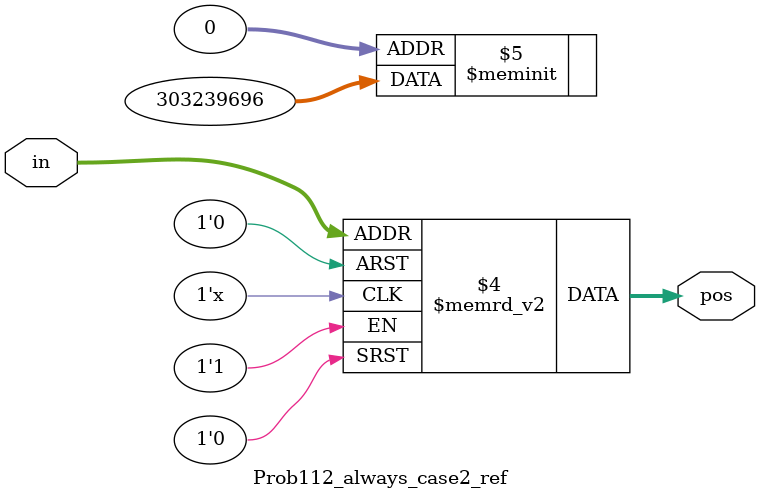
<source format=sv>

module Prob112_always_case2_ref (
  input [3:0] in,
  output reg [1:0] pos
);

  always @(*) begin
    case (in)
      4'h0: pos = 2'h0;
      4'h1: pos = 2'h0;
      4'h2: pos = 2'h1;
      4'h3: pos = 2'h0;
      4'h4: pos = 2'h2;
      4'h5: pos = 2'h0;
      4'h6: pos = 2'h1;
      4'h7: pos = 2'h0;
      4'h8: pos = 2'h3;
      4'h9: pos = 2'h0;
      4'ha: pos = 2'h1;
      4'hb: pos = 2'h0;
      4'hc: pos = 2'h2;
      4'hd: pos = 2'h0;
      4'he: pos = 2'h1;
      4'hf: pos = 2'h0;
      default: pos = 2'b0;
    endcase
  end

endmodule


</source>
